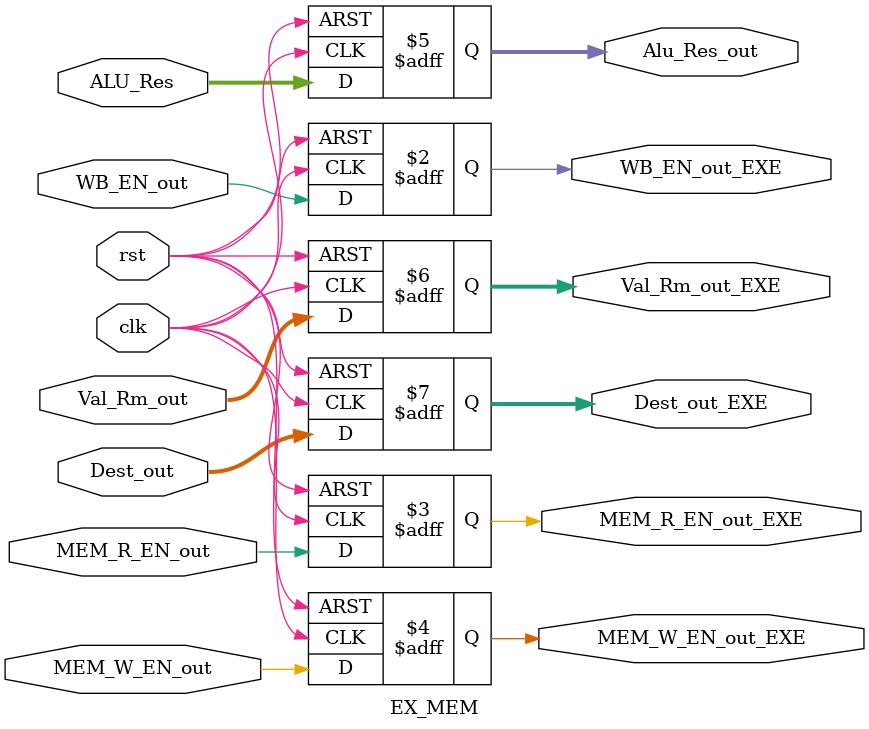
<source format=v>
module EX_MEM(clk, rst, WB_EN_out, MEM_R_EN_out, MEM_W_EN_out, ALU_Res, Val_Rm_out, Dest_out,  
                     WB_EN_out_EXE, MEM_R_EN_out_EXE, MEM_W_EN_out_EXE, Alu_Res_out, Val_Rm_out_EXE, Dest_out_EXE);
    input clk, rst, WB_EN_out, MEM_R_EN_out, MEM_W_EN_out;
    input [31:0] ALU_Res, Val_Rm_out;
    input [3:0] Dest_out;

    output reg  WB_EN_out_EXE, MEM_R_EN_out_EXE, MEM_W_EN_out_EXE;
    output reg [31:0] Alu_Res_out, Val_Rm_out_EXE ;
    output reg [3:0] Dest_out_EXE;
    always @(posedge clk,posedge rst) begin
        if(rst)begin
            WB_EN_out_EXE <= 1'b0;
            MEM_R_EN_out_EXE <= 1'b0;
            MEM_W_EN_out_EXE <= 1'b0;
            Alu_Res_out <= 32'b0;
            Val_Rm_out_EXE <= 32'b0;
            Dest_out_EXE <= 4'b0;
        end
        else begin
            WB_EN_out_EXE <= WB_EN_out;
            MEM_R_EN_out_EXE <= MEM_R_EN_out;
            MEM_W_EN_out_EXE <= MEM_W_EN_out;
            Alu_Res_out <= ALU_Res;
            Val_Rm_out_EXE <= Val_Rm_out;
            Dest_out_EXE <= Dest_out;
        end
    end
endmodule
</source>
